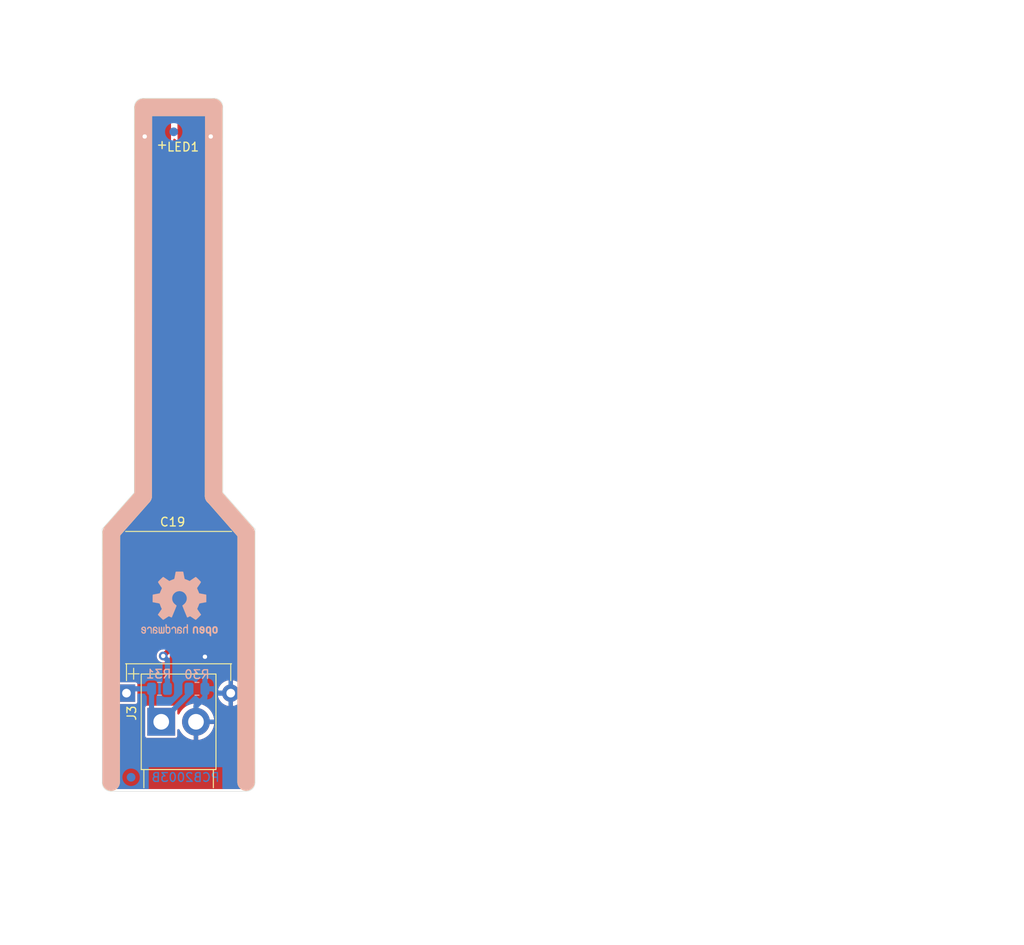
<source format=kicad_pcb>
(kicad_pcb (version 20211014) (generator pcbnew)
  (title_block (title "Menorah555 Shamash") (date "2022-02-19") (rev "B"))
  (layers (0 "F.Cu" jumper) (31 "B.Cu" signal) (34 "B.Paste" user) (36 "B.SilkS" user "B.Silkscreen") (37 "F.SilkS" user "F.Silkscreen") (38 "B.Mask" user) (39 "F.Mask" user) (44 "Edge.Cuts" user))
  (net 0 "")
  (net 1 "GND")
  (net 2 "Net-(C19-Pad1)")
  (net 3 "Net-(LED1-Pad2)")
  (footprint "0_project_footprints:LED_D5.0mm_Horizontal_SMT_O3.81mm" (layer "F.Cu") (at 113.7 67.8 180)
    (fp_text reference "LED1" (at -1.01 -2.61 180) (layer "F.SilkS"))
    (fp_text value "Y FLCKR LED")
    (pad "1" smd roundrect (at -1.27 0 180) (size 1.8 3) (layers "F.Cu" "F.Paste" "F.Mask") (net 1 "GND"))
    (pad "2" smd roundrect (at 1.27 0 180) (size 1.8 3) (layers "F.Cu" "F.Paste" "F.Mask") (net 3 "Net-(LED1-Pad2)"))
  )
  (footprint "0_project_footprints:CP_Supercap_DGH504Q5R5_Horizontal_narrow" (layer "F.Cu") (at 114.2 133.3 90)
    (fp_text reference "C19" (at 19.71 -0.69 180) (layer "F.SilkS"))
    (fp_text value "0.5F 5.5V")
    (fp_line (start 1.44 6) (end 3.38 6) (layer "F.SilkS") (width 0.12))
    (fp_line (start 2.225 -5.8) (end 2.225 -4.55) (layer "F.SilkS") (width 0.12))
    (fp_line (start 1.44 -6) (end 3.38 -6) (layer "F.SilkS") (width 0.12))
    (fp_line (start 3.38 -6.1) (end 3.38 6.1) (layer "F.SilkS") (width 0.12))
    (fp_line (start 1.6 -5.175) (end 2.8625 -5.175) (layer "F.SilkS") (width 0.12))
    (fp_line (start 18.62 -6.1) (end 18.62 6.1) (layer "F.SilkS") (width 0.12))
    (pad "1" thru_hole rect (at 0 -6 90) (size 2 2) (drill 1) (layers *.Cu *.Mask) (net 2 "Net-(C19-Pad1)"))
    (pad "2" thru_hole oval (at 0 6 90) (size 2 2) (drill 1) (layers *.Cu *.Mask) (net 1 "GND"))
  )
  (footprint "0_my_footprints:KobiConn_173-5521TIP-EX_power_plug" (layer "F.Cu") (at 114.2 136.6 90)
    (fp_text reference "J3" (at 1 -5.4 90) (layer "F.SilkS"))
    (fp_text value "Plug5.5x2.1")
    (fp_line (start -5.5 -4.3) (end 5.5 -4.3) (layer "F.SilkS") (width 0.12))
    (fp_line (start -5.5 -4.3) (end -5.5 4.3) (layer "F.SilkS") (width 0.12))
    (fp_line (start -5.5 4.3) (end 5.5 4.3) (layer "F.SilkS") (width 0.12))
    (fp_line (start -5.5 -4) (end -7.6 -4) (layer "F.SilkS") (width 0.12))
    (fp_line (start -5.5 4) (end -7.6 4) (layer "F.SilkS") (width 0.12))
    (fp_line (start 5.5 -4.3) (end 5.5 4.3) (layer "F.SilkS") (width 0.12))
    (pad "1" thru_hole rect (at 0 -2 90) (size 3.2 3.2) (drill 1.8) (layers *.Cu *.Mask) (net 2 "Net-(C19-Pad1)"))
    (pad "2" thru_hole oval (at 0 2 90) (size 3.2 3.2) (drill 1.8) (layers *.Cu *.Mask) (net 1 "GND"))
  )
  (footprint "Symbol:OSHW-Logo2_9.8x8mm_SilkScreen" (layer "B.Cu") (at 114.3 123.02 180)
    (fp_text reference "LOGO2" hide)
    (fp_text value "Logo_Open_Hardware_Small" hide)
    (fp_poly (pts (xy 2.395929 -2.636662) (xy 2.398911 -2.688068) (xy 2.401247 -2.766192) (xy 2.402749 -2.864857) (xy 2.403231 -2.968343) (xy 2.403231 -3.318533) (xy 2.341401 -3.380363) (xy 2.298793 -3.418462) (xy 2.26139 -3.433895) (xy 2.21027 -3.432918) (xy 2.189978 -3.430433) (xy 2.126554 -3.4232) (xy 2.074095 -3.419055) (xy 2.061308 -3.418672) (xy 2.018199 -3.421176) (xy 1.956544 -3.427462) (xy 1.932638 -3.430433) (xy 1.873922 -3.435028) (xy 1.834464 -3.425046) (xy 1.795338 -3.394228) (xy 1.781215 -3.380363) (xy 1.719385 -3.318533) (xy 1.719385 -2.663503) (xy 1.76915 -2.640829) (xy 1.812002 -2.624034) (xy 1.837073 -2.618154) (xy 1.843501 -2.636736) (xy 1.849509 -2.688655) (xy 1.854697 -2.768172) (xy 1.858664 -2.869546) (xy 1.860577 -2.955192) (xy 1.865923 -3.292231) (xy 1.91256 -3.298825) (xy 1.954976 -3.294214) (xy 1.97576 -3.279287) (xy 1.98157 -3.251377) (xy 1.98653 -3.191925) (xy 1.990246 -3.108466) (xy 1.992324 -3.008532) (xy 1.992624 -2.957104) (xy 1.992923 -2.661054) (xy 2.054454 -2.639604) (xy 2.098004 -2.62502) (xy 2.121694 -2.618219) (xy 2.122377 -2.618154) (xy 2.124754 -2.636642) (xy 2.127366 -2.687906) (xy 2.129995 -2.765649) (xy 2.132421 -2.863574) (xy 2.134115 -2.955192) (xy 2.139461 -3.292231) (xy 2.256692 -3.292231) (xy 2.262072 -2.984746) (xy 2.267451 -2.677261) (xy 2.324601 -2.647707) (xy 2.366797 -2.627413) (xy 2.39177 -2.618204) (xy 2.392491 -2.618154) (xy 2.395929 -2.636662)) (layer "B.SilkS") (width 0.01) (fill solid))
    (fp_poly (pts (xy 0.713362 -2.62467) (xy 0.802117 -2.657421) (xy 0.874022 -2.71535) (xy 0.902144 -2.756128) (xy 0.932802 -2.830954) (xy 0.932165 -2.885058) (xy 0.899987 -2.921446) (xy 0.888081 -2.927633) (xy 0.836675 -2.946925) (xy 0.810422 -2.941982) (xy 0.80153 -2.909587) (xy 0.801077 -2.891692) (xy 0.784797 -2.825859) (xy 0.742365 -2.779807) (xy 0.683388 -2.757564) (xy 0.617475 -2.763161) (xy 0.563895 -2.792229) (xy 0.545798 -2.80881) (xy 0.532971 -2.828925) (xy 0.524306 -2.859332) (xy 0.518696 -2.906788) (xy 0.515035 -2.97805) (xy 0.512215 -3.079875) (xy 0.511484 -3.112115) (xy 0.50882 -3.22241) (xy 0.505792 -3.300036) (xy 0.50125 -3.351396) (xy 0.494046 -3.38289) (xy 0.483033 -3.40092) (xy 0.46706 -3.411888) (xy 0.456834 -3.416733) (xy 0.413406 -3.433301) (xy 0.387842 -3.438769) (xy 0.379395 -3.420507) (xy 0.374239 -3.365296) (xy 0.372346 -3.272499) (xy 0.373689 -3.141478) (xy 0.374107 -3.121269) (xy 0.377058 -3.001733) (xy 0.380548 -2.914449) (xy 0.385514 -2.852591) (xy 0.392893 -2.809336) (xy 0.403624 -2.77786) (xy 0.418645 -2.751339) (xy 0.426502 -2.739975) (xy 0.471553 -2.689692) (xy 0.52194 -2.650581) (xy 0.528108 -2.647167) (xy 0.618458 -2.620212) (xy 0.713362 -2.62467)) (layer "B.SilkS") (width 0.01) (fill solid))
    (fp_poly (pts (xy -3.983114 -2.587256) (xy -3.891536 -2.635409) (xy -3.823951 -2.712905) (xy -3.799943 -2.762727) (xy -3.781262 -2.837533) (xy -3.771699 -2.932052) (xy -3.770792 -3.03521) (xy -3.778079 -3.135935) (xy -3.793097 -3.223153) (xy -3.815385 -3.285791) (xy -3.822235 -3.296579) (xy -3.903368 -3.377105) (xy -3.999734 -3.425336) (xy -4.104299 -3.43945) (xy -4.210032 -3.417629) (xy -4.239457 -3.404547) (xy -4.296759 -3.364231) (xy -4.34705 -3.310775) (xy -4.351803 -3.303995) (xy -4.371122 -3.271321) (xy -4.383892 -3.236394) (xy -4.391436 -3.190414) (xy -4.395076 -3.124584) (xy -4.396135 -3.030105) (xy -4.396154 -3.008923) (xy -4.396106 -3.002182) (xy -4.200769 -3.002182) (xy -4.199632 -3.091349) (xy -4.195159 -3.15052) (xy -4.185754 -3.188741) (xy -4.169824 -3.215053) (xy -4.161692 -3.223846) (xy -4.114942 -3.257261) (xy -4.069553 -3.255737) (xy -4.02366 -3.226752) (xy -3.996288 -3.195809) (xy -3.980077 -3.150643) (xy -3.970974 -3.07942) (xy -3.970349 -3.071114) (xy -3.968796 -2.942037) (xy -3.985035 -2.846172) (xy -4.018848 -2.784107) (xy -4.070016 -2.756432) (xy -4.08828 -2.754923) (xy -4.13624 -2.762513) (xy -4.169047 -2.788808) (xy -4.189105 -2.839095) (xy -4.198822 -2.918664) (xy -4.200769 -3.002182) (xy -4.396106 -3.002182) (xy -4.395426 -2.908249) (xy -4.392371 -2.837906) (xy -4.385678 -2.789163) (xy -4.37404 -2.753288) (xy -4.356147 -2.721548) (xy -4.352192 -2.715648) (xy -4.285733 -2.636104) (xy -4.213315 -2.589929) (xy -4.125151 -2.571599) (xy -4.095213 -2.570703) (xy -3.983114 -2.587256)) (layer "B.SilkS") (width 0.01) (fill solid))
    (fp_poly (pts (xy 0.053501 -2.626303) (xy 0.13006 -2.654733) (xy 0.130936 -2.655279) (xy 0.178285 -2.690127) (xy 0.213241 -2.730852) (xy 0.237825 -2.783925) (xy 0.254062 -2.855814) (xy 0.263975 -2.952992) (xy 0.269586 -3.081928) (xy 0.270077 -3.100298) (xy 0.277141 -3.377287) (xy 0.217695 -3.408028) (xy 0.174681 -3.428802) (xy 0.14871 -3.438646) (xy 0.147509 -3.438769) (xy 0.143014 -3.420606) (xy 0.139444 -3.371612) (xy 0.137248 -3.300031) (xy 0.136769 -3.242068) (xy 0.136758 -3.14817) (xy 0.132466 -3.089203) (xy 0.117503 -3.061079) (xy 0.085482 -3.059706) (xy 0.030014 -3.080998) (xy -0.053731 -3.120136) (xy -0.115311 -3.152643) (xy -0.146983 -3.180845) (xy -0.156294 -3.211582) (xy -0.156308 -3.213104) (xy -0.140943 -3.266054) (xy -0.095453 -3.29466) (xy -0.025834 -3.298803) (xy 0.024313 -3.298084) (xy 0.050754 -3.312527) (xy 0.067243 -3.347218) (xy 0.076733 -3.391416) (xy 0.063057 -3.416493) (xy 0.057907 -3.420082) (xy 0.009425 -3.434496) (xy -0.058469 -3.436537) (xy -0.128388 -3.426983) (xy -0.177932 -3.409522) (xy -0.24643 -3.351364) (xy -0.285366 -3.270408) (xy -0.293077 -3.20716) (xy -0.287193 -3.150111) (xy -0.265899 -3.103542) (xy -0.223735 -3.062181) (xy -0.155241 -3.020755) (xy -0.054956 -2.973993) (xy -0.048846 -2.97135) (xy 0.04149 -2.929617) (xy 0.097235 -2.895391) (xy 0.121129 -2.864635) (xy 0.115913 -2.833311) (xy 0.084328 -2.797383) (xy 0.074883 -2.789116) (xy 0.011617 -2.757058) (xy -0.053936 -2.758407) (xy -0.111028 -2.789838) (xy -0.148907 -2.848024) (xy -0.152426 -2.859446) (xy -0.1867 -2.914837) (xy -0.230191 -2.941518) (xy -0.293077 -2.96796) (xy -0.293077 -2.899548) (xy -0.273948 -2.80011) (xy -0.217169 -2.708902) (xy -0.187622 -2.678389) (xy -0.120458 -2.639228) (xy -0.035044 -2.6215) (xy 0.053501 -2.626303)) (layer "B.SilkS") (width 0.01) (fill solid))
    (fp_poly (pts (xy 3.570807 -2.636782) (xy 3.594161 -2.646988) (xy 3.649902 -2.691134) (xy 3.697569 -2.754967) (xy 3.727048 -2.823087) (xy 3.731846 -2.85667) (xy 3.71576 -2.903556) (xy 3.680475 -2.928365) (xy 3.642644 -2.943387) (xy 3.625321 -2.946155) (xy 3.616886 -2.926066) (xy 3.60023 -2.882351) (xy 3.592923 -2.862598) (xy 3.551948 -2.794271) (xy 3.492622 -2.760191) (xy 3.416552 -2.761239) (xy 3.410918 -2.762581) (xy 3.370305 -2.781836) (xy 3.340448 -2.819375) (xy 3.320055 -2.879809) (xy 3.307836 -2.967751) (xy 3.3025 -3.087813) (xy 3.302 -3.151698) (xy 3.301752 -3.252403) (xy 3.300126 -3.321054) (xy 3.295801 -3.364673) (xy 3.287454 -3.390282) (xy 3.273765 -3.404903) (xy 3.253411 -3.415558) (xy 3.252234 -3.416095) (xy 3.213038 -3.432667) (xy 3.193619 -3.438769) (xy 3.190635 -3.420319) (xy 3.188081 -3.369323) (xy 3.18614 -3.292308) (xy 3.184997 -3.195805) (xy 3.184769 -3.125184) (xy 3.185932 -2.988525) (xy 3.190479 -2.884851) (xy 3.199999 -2.808108) (xy 3.216081 -2.752246) (xy 3.240313 -2.711212) (xy 3.274286 -2.678954) (xy 3.307833 -2.65644) (xy 3.388499 -2.626476) (xy 3.482381 -2.619718) (xy 3.570807 -2.636782)) (layer "B.SilkS") (width 0.01) (fill solid))
    (fp_poly (pts (xy -3.231114 -2.584505) (xy -3.156461 -2.621727) (xy -3.090569 -2.690261) (xy -3.072423 -2.715648) (xy -3.052655 -2.748866) (xy -3.039828 -2.784945) (xy -3.03249 -2.833098) (xy -3.029187 -2.902536) (xy -3.028462 -2.994206) (xy -3.031737 -3.11983) (xy -3.043123 -3.214154) (xy -3.064959 -3.284523) (xy -3.099581 -3.338286) (xy -3.14933 -3.382788) (xy -3.152986 -3.385423) (xy -3.202015 -3.412377) (xy -3.261055 -3.425712) (xy -3.336141 -3.429) (xy -3.458205 -3.429) (xy -3.458256 -3.547497) (xy -3.459392 -3.613492) (xy -3.466314 -3.652202) (xy -3.484402 -3.675419) (xy -3.519038 -3.694933) (xy -3.527355 -3.69892) (xy -3.56628 -3.717603) (xy -3.596417 -3.729403) (xy -3.618826 -3.730422) (xy -3.634567 -3.716761) (xy -3.644698 -3.684522) (xy -3.650277 -3.629804) (xy -3.652365 -3.548711) (xy -3.652019 -3.437344) (xy -3.6503 -3.291802) (xy -3.649763 -3.248269) (xy -3.647828 -3.098205) (xy -3.646096 -3.000042) (xy -3.458308 -3.000042) (xy -3.457252 -3.083364) (xy -3.452562 -3.13788) (xy -3.441949 -3.173837) (xy -3.423128 -3.201482) (xy -3.41035 -3.214965) (xy -3.35811 -3.254417) (xy -3.311858 -3.257628) (xy -3.264133 -3.225049) (xy -3.262923 -3.223846) (xy -3.243506 -3.198668) (xy -3.231693 -3.164447) (xy -3.225735 -3.111748) (xy -3.22388 -3.031131) (xy -3.223846 -3.013271) (xy -3.22833 -2.902175) (xy -3.242926 -2.825161) (xy -3.26935 -2.778147) (xy -3.309317 -2.75705) (xy -3.332416 -2.754923) (xy -3.387238 -2.7649) (xy -3.424842 -2.797752) (xy -3.447477 -2.857857) (xy -3.457394 -2.949598) (xy -3.458308 -3.000042) (xy -3.646096 -3.000042) (xy -3.645778 -2.98206) (xy -3.643127 -2.894679) (xy -3.639394 -2.830905) (xy -3.634093 -2.785582) (xy -3.626742 -2.753555) (xy -3.616857 -2.729668) (xy -3.603954 -2.708764) (xy -3.598421 -2.700898) (xy -3.525031 -2.626595) (xy -3.43224 -2.584467) (xy -3.324904 -2.572722) (xy -3.231114 -2.584505)) (layer "B.SilkS") (width 0.01) (fill solid))
    (fp_poly (pts (xy -1.728336 -2.595089) (xy -1.665633 -2.631358) (xy -1.622039 -2.667358) (xy -1.590155 -2.705075) (xy -1.56819 -2.751199) (xy -1.554351 -2.812421) (xy -1.546847 -2.895431) (xy -1.543883 -3.006919) (xy -1.543539 -3.087062) (xy -1.543539 -3.382065) (xy -1.709615 -3.456515) (xy -1.719385 -3.133402) (xy -1.723421 -3.012729) (xy -1.727656 -2.925141) (xy -1.732903 -2.86465) (xy -1.739975 -2.825268) (xy -1.749689 -2.801007) (xy -1.762856 -2.78588) (xy -1.767081 -2.782606) (xy -1.831091 -2.757034) (xy -1.895792 -2.767153) (xy -1.934308 -2.794) (xy -1.949975 -2.813024) (xy -1.96082 -2.837988) (xy -1.967712 -2.875834) (xy -1.971521 -2.933502) (xy -1.973117 -3.017935) (xy -1.973385 -3.105928) (xy -1.973437 -3.216323) (xy -1.975328 -3.294463) (xy -1.981655 -3.347165) (xy -1.995017 -3.381242) (xy -2.018015 -3.403511) (xy -2.053246 -3.420787) (xy -2.100303 -3.438738) (xy -2.151697 -3.458278) (xy -2.145579 -3.111485) (xy -2.143116 -2.986468) (xy -2.140233 -2.894082) (xy -2.136102 -2.827881) (xy -2.129893 -2.78142) (xy -2.120774 -2.748256) (xy -2.107917 -2.721944) (xy -2.092416 -2.698729) (xy -2.017629 -2.624569) (xy -1.926372 -2.581684) (xy -1.827117 -2.571412) (xy -1.728336 -2.595089)) (layer "B.SilkS") (width 0.01) (fill solid))
    (fp_poly (pts (xy 2.887333 -2.633528) (xy 2.94359 -2.659117) (xy 2.987747 -2.690124) (xy 3.020101 -2.724795) (xy 3.042438 -2.76952) (xy 3.056546 -2.830692) (xy 3.064211 -2.914701) (xy 3.06722 -3.02794) (xy 3.067538 -3.102509) (xy 3.067538 -3.39342) (xy 3.017773 -3.416095) (xy 2.978576 -3.432667) (xy 2.959157 -3.438769) (xy 2.955442 -3.42061) (xy 2.952495 -3.371648) (xy 2.950691 -3.300153) (xy 2.950308 -3.243385) (xy 2.948661 -3.161371) (xy 2.944222 -3.096309) (xy 2.93774 -3.056467) (xy 2.93259 -3.048) (xy 2.897977 -3.056646) (xy 2.84364 -3.078823) (xy 2.780722 -3.108886) (xy 2.720368 -3.141192) (xy 2.673721 -3.170098) (xy 2.651926 -3.189961) (xy 2.651839 -3.190175) (xy 2.653714 -3.226935) (xy 2.670525 -3.262026) (xy 2.700039 -3.290528) (xy 2.743116 -3.300061) (xy 2.779932 -3.29895) (xy 2.832074 -3.298133) (xy 2.859444 -3.310349) (xy 2.875882 -3.342624) (xy 2.877955 -3.34871) (xy 2.885081 -3.394739) (xy 2.866024 -3.422687) (xy 2.816353 -3.436007) (xy 2.762697 -3.43847) (xy 2.666142 -3.42021) (xy 2.616159 -3.394131) (xy 2.554429 -3.332868) (xy 2.52169 -3.25767) (xy 2.518753 -3.178211) (xy 2.546424 -3.104167) (xy 2.588047 -3.057769) (xy 2.629604 -3.031793) (xy 2.694922 -2.998907) (xy 2.771038 -2.965557) (xy 2.783726 -2.960461) (xy 2.867333 -2.923565) (xy 2.91553 -2.891046) (xy 2.93103 -2.858718) (xy 2.91655 -2.822394) (xy 2.891692 -2.794) (xy 2.832939 -2.759039) (xy 2.768293 -2.756417) (xy 2.709008 -2.783358) (xy 2.666339 -2.837088) (xy 2.660739 -2.85095) (xy 2.628133 -2.901936) (xy 2.58053 -2.939787) (xy 2.520461 -2.97085) (xy 2.520461 -2.882768) (xy 2.523997 -2.828951) (xy 2.539156 -2.786534) (xy 2.572768 -2.741279) (xy 2.605035 -2.70642) (xy 2.655209 -2.657062) (xy 2.694193 -2.630547) (xy 2.736064 -2.619911) (xy 2.78346 -2.618154) (xy 2.887333 -2.633528)) (layer "B.SilkS") (width 0.01) (fill solid))
    (fp_poly (pts (xy 0.139878 3.712224) (xy 0.245612 3.711645) (xy 0.322132 3.710078) (xy 0.374372 3.707028) (xy 0.407263 3.702004) (xy 0.425737 3.694511) (xy 0.434727 3.684056) (xy 0.439163 3.670147) (xy 0.439594 3.668346) (xy 0.446333 3.635855) (xy 0.458808 3.571748) (xy 0.475719 3.482849) (xy 0.495771 3.375981) (xy 0.517664 3.257967) (xy 0.518429 3.253822) (xy 0.540359 3.138169) (xy 0.560877 3.035986) (xy 0.578659 2.953402) (xy 0.592381 2.896544) (xy 0.600718 2.871542) (xy 0.601116 2.871099) (xy 0.625677 2.85889) (xy 0.676315 2.838544) (xy 0.742095 2.814455) (xy 0.742461 2.814326) (xy 0.825317 2.783182) (xy 0.923 2.743509) (xy 1.015077 2.703619) (xy 1.019434 2.701647) (xy 1.169407 2.63358) (xy 1.501498 2.860361) (xy 1.603374 2.929496) (xy 1.695657 2.991303) (xy 1.773003 3.042267) (xy 1.830064 3.078873) (xy 1.861495 3.097606) (xy 1.864479 3.098996) (xy 1.887321 3.09281) (xy 1.929982 3.062965) (xy 1.994128 3.008053) (xy 2.081421 2.926666) (xy 2.170535 2.840078) (xy 2.256441 2.754753) (xy 2.333327 2.676892) (xy 2.396564 2.611303) (xy 2.441523 2.562795) (xy 2.463576 2.536175) (xy 2.464396 2.534805) (xy 2.466834 2.516537) (xy 2.45765 2.486705) (xy 2.434574 2.441279) (xy 2.395337 2.37623) (xy 2.33767 2.28753) (xy 2.260795 2.173343) (xy 2.19257 2.072838) (xy 2.131582 1.982697) (xy 2.081356 1.908151) (xy 2.045416 1.854435) (xy 2.027287 1.826782) (xy 2.026146 1.824905) (xy 2.028359 1.79841) (xy 2.045138 1.746914) (xy 2.073142 1.680149) (xy 2.083122 1.658828) (xy 2.126672 1.563841) (xy 2.173134 1.456063) (xy 2.210877 1.362808) (xy 2.238073 1.293594) (xy 2.259675 1.240994) (xy 2.272158 1.213503) (xy 2.273709 1.211384) (xy 2.296668 1.207876) (xy 2.350786 1.198262) (xy 2.428868 1.183911) (xy 2.523719 1.166193) (xy 2.628143 1.146475) (xy 2.734944 1.126126) (xy 2.836926 1.106514) (xy 2.926894 1.089009) (xy 2.997653 1.074978) (xy 3.042006 1.065791) (xy 3.052885 1.063193) (xy 3.064122 1.056782) (xy 3.072605 1.042303) (xy 3.078714 1.014867) (xy 3.082832 0.969589) (xy 3.085341 0.90158) (xy 3.086621 0.805953) (xy 3.087054 0.67782) (xy 3.087077 0.625299) (xy 3.087077 0.198155) (xy 2.9845 0.177909) (xy 2.927431 0.16693) (xy 2.842269 0.150905) (xy 2.739372 0.131767) (xy 2.629096 0.111449) (xy 2.598615 0.105868) (xy 2.496855 0.086083) (xy 2.408205 0.066627) (xy 2.340108 0.049303) (xy 2.300004 0.035912) (xy 2.293323 0.031921) (xy 2.276919 0.003658) (xy 2.253399 -0.051109) (xy 2.227316 -0.121588) (xy 2.222142 -0.136769) (xy 2.187956 -0.230896) (xy 2.145523 -0.337101) (xy 2.103997 -0.432473) (xy 2.103792 -0.432916) (xy 2.03464 -0.582525) (xy 2.489512 -1.251617) (xy 2.1975 -1.544116) (xy 2.10918 -1.63117) (xy 2.028625 -1.707909) (xy 1.96036 -1.770237) (xy 1.908908 -1.814056) (xy 1.878794 -1.83527) (xy 1.874474 -1.836616) (xy 1.849111 -1.826016) (xy 1.797358 -1.796547) (xy 1.724868 -1.751705) (xy 1.637294 -1.694984) (xy 1.542612 -1.631462) (xy 1.446516 -1.566668) (xy 1.360837 -1.510287) (xy 1.291016 -1.465788) (xy 1.242494 -1.436639) (xy 1.220782 -1.426308) (xy 1.194293 -1.43505) (xy 1.144062 -1.458087) (xy 1.080451 -1.490631) (xy 1.073708 -1.494249) (xy 0.988046 -1.53721) (xy 0.929306 -1.558279) (xy 0.892772 -1.558503) (xy 0.873731 -1.538928) (xy 0.87362 -1.538654) (xy 0.864102 -1.515472) (xy 0.841403 -1.460441) (xy 0.807282 -1.377822) (xy 0.7635 -1.271872) (xy 0.711816 -1.146852) (xy 0.653992 -1.00702) (xy 0.597991 -0.871637) (xy 0.536447 -0.722234) (xy 0.479939 -0.583832) (xy 0.430161 -0.460673) (xy 0.388806 -0.357002) (xy 0.357568 -0.277059) (xy 0.338141 -0.225088) (xy 0.332154 -0.205692) (xy 0.347168 -0.183443) (xy 0.386439 -0.147982) (xy 0.438807 -0.108887) (xy 0.587941 0.014755) (xy 0.704511 0.156478) (xy 0.787118 0.313296) (xy 0.834366 0.482225) (xy 0.844857 0.660278) (xy 0.837231 0.742461) (xy 0.795682 0.912969) (xy 0.724123 1.063541) (xy 0.626995 1.192691) (xy 0.508734 1.298936) (xy 0.37378 1.38079) (xy 0.226571 1.436768) (xy 0.071544 1.465385) (xy -0.086861 1.465156) (xy -0.244206 1.434595) (xy -0.396054 1.372218) (xy -0.537965 1.27654) (xy -0.597197 1.222428) (xy -0.710797 1.08348) (xy -0.789894 0.931639) (xy -0.835014 0.771333) (xy -0.846684 0.606988) (xy -0.825431 0.443029) (xy -0.77178 0.283882) (xy -0.68626 0.133975) (xy -0.569395 -0.002267) (xy -0.438807 -0.108887) (xy -0.384412 -0.149642) (xy -0.345986 -0.184718) (xy -0.332154 -0.205726) (xy -0.339397 -0.228635) (xy -0.359995 -0.283365) (xy -0.392254 -0.365672) (xy -0.434479 -0.471315) (xy -0.484977 -0.59605) (xy -0.542052 -0.735636) (xy -0.598146 -0.87167) (xy -0.660033 -1.021201) (xy -0.717356 -1.159767) (xy -0.768356 -1.283107) (xy -0.811273 -1.386964) (xy -0.844347 -1.46708) (xy -0.865819 -1.519195) (xy -0.873775 -1.538654) (xy -0.892571 -1.558423) (xy -0.928926 -1.558365) (xy -0.987521 -1.537441) (xy -1.073032 -1.494613) (xy -1.073708 -1.494249) (xy -1.138093 -1.461012) (xy -1.190139 -1.436802) (xy -1.219488 -1.426404) (xy -1.220783 -1.426308) (xy -1.242876 -1.436855) (xy -1.291652 -1.466184) (xy -1.361669 -1.510827) (xy -1.447486 -1.567314) (xy -1.542612 -1.631462) (xy -1.63946 -1.696411) (xy -1.726747 -1.752896) (xy -1.798819 -1.797421) (xy -1.850023 -1.82649) (xy -1.874474 -1.836616) (xy -1.89699 -1.823307) (xy -1.942258 -1.786112) (xy -2.005756 -1.729128) (xy -2.082961 -1.656449) (xy -2.169349 -1.572171) (xy -2.197601 -1.544016) (xy -2.489713 -1.251416) (xy -2.267369 -0.925104) (xy -2.199798 -0.824897) (xy -2.140493 -0.734963) (xy -2.092783 -0.66051) (xy -2.059993 -0.606751) (xy -2.045452 -0.578894) (xy -2.045026 -0.576912) (xy -2.052692 -0.550655) (xy -2.073311 -0.497837) (xy -2.103315 -0.42731) (xy -2.124375 -0.380093) (xy -2.163752 -0.289694) (xy -2.200835 -0.198366) (xy -2.229585 -0.1212) (xy -2.237395 -0.097692) (xy -2.259583 -0.034916) (xy -2.281273 0.013589) (xy -2.293187 0.031921) (xy -2.319477 0.043141) (xy -2.376858 0.059046) (xy -2.457882 0.077833) (xy -2.555105 0.097701) (xy -2.598615 0.105868) (xy -2.709104 0.126171) (xy -2.815084 0.14583) (xy -2.906199 0.162912) (xy -2.972092 0.175482) (xy -2.9845 0.177909) (xy -3.087077 0.198155) (xy -3.087077 0.625299) (xy -3.086847 0.765754) (xy -3.085901 0.872021) (xy -3.083859 0.948987) (xy -3.080338 1.00154) (xy -3.074957 1.034567) (xy -3.067334 1.052955) (xy -3.057088 1.061592) (xy -3.052885 1.063193) (xy -3.02753 1.068873) (xy -2.971516 1.080205) (xy -2.892036 1.095821) (xy -2.796288 1.114353) (xy -2.691467 1.134431) (xy -2.584768 1.154688) (xy -2.483387 1.173754) (xy -2.394521 1.190261) (xy -2.325363 1.202841) (xy -2.283111 1.210125) (xy -2.27371 1.211384) (xy -2.265193 1.228237) (xy -2.24634 1.27313) (xy -2.220676 1.33757) (xy -2.210877 1.362808) (xy -2.171352 1.460314) (xy -2.124808 1.568041) (xy -2.083123 1.658828) (xy -2.05245 1.728247) (xy -2.032044 1.78529) (xy -2.025232 1.820223) (xy -2.026318 1.824905) (xy -2.040715 1.847009) (xy -2.073588 1.896169) (xy -2.12141 1.967152) (xy -2.180652 2.054722) (xy -2.247785 2.153643) (xy -2.261059 2.17317) (xy -2.338954 2.28886) (xy -2.396213 2.376956) (xy -2.435119 2.441514) (xy -2.457956 2.486589) (xy -2.467006 2.516237) (xy -2.464552 2.534515) (xy -2.464489 2.534631) (xy -2.445173 2.558639) (xy -2.402449 2.605053) (xy -2.340949 2.669063) (xy -2.265302 2.745855) (xy -2.180139 2.830618) (xy -2.170535 2.840078) (xy -2.06321 2.944011) (xy -1.980385 3.020325) (xy -1.920395 3.070429) (xy -1.881577 3.09573) (xy -1.86448 3.098996) (xy -1.839527 3.08475) (xy -1.787745 3.051844) (xy -1.71448 3.003792) (xy -1.62508 2.94411) (xy -1.524889 2.876312) (xy -1.501499 2.860361) (xy -1.169407 2.63358) (xy -1.019435 2.701647) (xy -0.92823 2.741315) (xy -0.830331 2.781209) (xy -0.746169 2.813017) (xy -0.742462 2.814326) (xy -0.676631 2.838424) (xy -0.625884 2.8588) (xy -0.601158 2.871064) (xy -0.601116 2.871099) (xy -0.593271 2.893266) (xy -0.579934 2.947783) (xy -0.56243 3.02852) (xy -0.542083 3.12935) (xy -0.520218 3.244144) (xy -0.518429 3.253822) (xy -0.496496 3.372096) (xy -0.47636 3.479458) (xy -0.45932 3.569083) (xy -0.446672 3.634149) (xy -0.439716 3.667832) (xy -0.439594 3.668346) (xy -0.435361 3.682675) (xy -0.427129 3.693493) (xy -0.409967 3.701294) (xy -0.378942 3.706571) (xy -0.329122 3.709818) (xy -0.255576 3.711528) (xy -0.153371 3.712193) (xy -0.017575 3.712307) (xy 0 3.712308) (xy 0.139878 3.712224)) (layer "B.SilkS") (width 0.01) (fill solid))
    (fp_poly (pts (xy -0.840154 -2.49212) (xy -0.834428 -2.57198) (xy -0.827851 -2.619039) (xy -0.818738 -2.639566) (xy -0.805402 -2.639829) (xy -0.801077 -2.637378) (xy -0.743556 -2.619636) (xy -0.668732 -2.620672) (xy -0.592661 -2.63891) (xy -0.545082 -2.662505) (xy -0.496298 -2.700198) (xy -0.460636 -2.742855) (xy -0.436155 -2.797057) (xy -0.420913 -2.869384) (xy -0.41297 -2.966419) (xy -0.410384 -3.094742) (xy -0.410338 -3.119358) (xy -0.410308 -3.39587) (xy -0.471839 -3.41732) (xy -0.515541 -3.431912) (xy -0.539518 -3.438706) (xy -0.540223 -3.438769) (xy -0.542585 -3.420345) (xy -0.544594 -3.369526) (xy -0.546099 -3.292993) (xy -0.546947 -3.19743) (xy -0.547077 -3.139329) (xy -0.547349 -3.024771) (xy -0.548748 -2.942667) (xy -0.552151 -2.886393) (xy -0.558433 -2.849326) (xy -0.568471 -2.824844) (xy -0.583139 -2.806325) (xy -0.592298 -2.797406) (xy -0.655211 -2.761466) (xy -0.723864 -2.758775) (xy -0.786152 -2.78917) (xy -0.797671 -2.800144) (xy -0.814567 -2.820779) (xy -0.826286 -2.845256) (xy -0.833767 -2.880647) (xy -0.837946 -2.934026) (xy -0.839763 -3.012466) (xy -0.840154 -3.120617) (xy -0.840154 -3.39587) (xy -0.901685 -3.41732) (xy -0.945387 -3.431912) (xy -0.969364 -3.438706) (xy -0.97007 -3.438769) (xy -0.971874 -3.420069) (xy -0.9735 -3.367322) (xy -0.974883 -3.285557) (xy -0.975958 -3.179805) (xy -0.97666 -3.055094) (xy -0.976923 -2.916455) (xy -0.976923 -2.381806) (xy -0.849923 -2.328236) (xy -0.840154 -2.49212)) (layer "B.SilkS") (width 0.01) (fill solid))
    (fp_poly (pts (xy -2.465746 -2.599745) (xy -2.388714 -2.651567) (xy -2.329184 -2.726412) (xy -2.293622 -2.821654) (xy -2.286429 -2.891756) (xy -2.287246 -2.921009) (xy -2.294086 -2.943407) (xy -2.312888 -2.963474) (xy -2.349592 -2.985733) (xy -2.410138 -3.014709) (xy -2.500466 -3.054927) (xy -2.500923 -3.055129) (xy -2.584067 -3.09321) (xy -2.652247 -3.127025) (xy -2.698495 -3.152933) (xy -2.715842 -3.167295) (xy -2.715846 -3.167411) (xy -2.700557 -3.198685) (xy -2.664804 -3.233157) (xy -2.623758 -3.25799) (xy -2.602963 -3.262923) (xy -2.54623 -3.245862) (xy -2.497373 -3.203133) (xy -2.473535 -3.156155) (xy -2.450603 -3.121522) (xy -2.405682 -3.082081) (xy -2.352877 -3.048009) (xy -2.30629 -3.02948) (xy -2.296548 -3.028462) (xy -2.285582 -3.045215) (xy -2.284921 -3.088039) (xy -2.29298 -3.145781) (xy -2.308173 -3.207289) (xy -2.328914 -3.261409) (xy -2.329962 -3.26351) (xy -2.392379 -3.35066) (xy -2.473274 -3.409939) (xy -2.565144 -3.439034) (xy -2.660487 -3.435634) (xy -2.751802 -3.397428) (xy -2.755862 -3.394741) (xy -2.827694 -3.329642) (xy -2.874927 -3.244705) (xy -2.901066 -3.133021) (xy -2.904574 -3.101643) (xy -2.910787 -2.953536) (xy -2.903339 -2.884468) (xy -2.715846 -2.884468) (xy -2.71341 -2.927552) (xy -2.700086 -2.940126) (xy -2.666868 -2.930719) (xy -2.614506 -2.908483) (xy -2.555976 -2.88061) (xy -2.554521 -2.879872) (xy -2.504911 -2.853777) (xy -2.485 -2.836363) (xy -2.48991 -2.818107) (xy -2.510584 -2.79412) (xy -2.563181 -2.759406) (xy -2.619823 -2.756856) (xy -2.670631 -2.782119) (xy -2.705724 -2.830847) (xy -2.715846 -2.884468) (xy -2.903339 -2.884468) (xy -2.898008 -2.835036) (xy -2.865222 -2.741055) (xy -2.819579 -2.675215) (xy -2.737198 -2.608681) (xy -2.646454 -2.575676) (xy -2.553815 -2.573573) (xy -2.465746 -2.599745)) (layer "B.SilkS") (width 0.01) (fill solid))
    (fp_poly (pts (xy 1.602081 -2.780289) (xy 1.601833 -2.92632) (xy 1.600872 -3.038655) (xy 1.598794 -3.122678) (xy 1.595193 -3.183769) (xy 1.589665 -3.227309) (xy 1.581804 -3.258679) (xy 1.571207 -3.283262) (xy 1.563182 -3.297294) (xy 1.496728 -3.373388) (xy 1.41247 -3.421084) (xy 1.319249 -3.438199) (xy 1.2259 -3.422546) (xy 1.170312 -3.394418) (xy 1.111957 -3.34576) (xy 1.072186 -3.286333) (xy 1.04819 -3.208507) (xy 1.037161 -3.104652) (xy 1.035599 -3.028462) (xy 1.035809 -3.022986) (xy 1.172308 -3.022986) (xy 1.173141 -3.110355) (xy 1.176961 -3.168192) (xy 1.185746 -3.206029) (xy 1.201474 -3.233398) (xy 1.220266 -3.254042) (xy 1.283375 -3.29389) (xy 1.351137 -3.297295) (xy 1.415179 -3.264025) (xy 1.420164 -3.259517) (xy 1.441439 -3.236067) (xy 1.454779 -3.208166) (xy 1.462001 -3.166641) (xy 1.464923 -3.102316) (xy 1.465385 -3.0312) (xy 1.464383 -2.941858) (xy 1.460238 -2.882258) (xy 1.451236 -2.843089) (xy 1.435667 -2.81504) (xy 1.422902 -2.800144) (xy 1.3636 -2.762575) (xy 1.295301 -2.758057) (xy 1.23011 -2.786753) (xy 1.217528 -2.797406) (xy 1.196111 -2.821063) (xy 1.182744 -2.849251) (xy 1.175566 -2.891245) (xy 1.172719 -2.956319) (xy 1.172308 -3.022986) (xy 1.035809 -3.022986) (xy 1.040322 -2.905765) (xy 1.056362 -2.813577) (xy 1.086528 -2.744269) (xy 1.133629 -2.690211) (xy 1.170312 -2.662505) (xy 1.23699 -2.632572) (xy 1.314272 -2.618678) (xy 1.38611 -2.622397) (xy 1.426308 -2.6374) (xy 1.442082 -2.64167) (xy 1.45255 -2.62575) (xy 1.459856 -2.583089) (xy 1.465385 -2.518106) (xy 1.471437 -2.445732) (xy 1.479844 -2.402187) (xy 1.495141 -2.377287) (xy 1.521864 -2.360845) (xy 1.538654 -2.353564) (xy 1.602154 -2.326963) (xy 1.602081 -2.780289)) (layer "B.SilkS") (width 0.01) (fill solid))
    (fp_poly (pts (xy 4.245224 -2.647838) (xy 4.322528 -2.698361) (xy 4.359814 -2.74359) (xy 4.389353 -2.825663) (xy 4.391699 -2.890607) (xy 4.386385 -2.977445) (xy 4.186115 -3.065103) (xy 4.088739 -3.109887) (xy 4.025113 -3.145913) (xy 3.992029 -3.177117) (xy 3.98628 -3.207436) (xy 4.004658 -3.240805) (xy 4.024923 -3.262923) (xy 4.083889 -3.298393) (xy 4.148024 -3.300879) (xy 4.206926 -3.273235) (xy 4.250197 -3.21832) (xy 4.257936 -3.198928) (xy 4.295006 -3.138364) (xy 4.337654 -3.112552) (xy 4.396154 -3.090471) (xy 4.396154 -3.174184) (xy 4.390982 -3.23115) (xy 4.370723 -3.279189) (xy 4.328262 -3.334346) (xy 4.321951 -3.341514) (xy 4.27472 -3.390585) (xy 4.234121 -3.41692) (xy 4.183328 -3.429035) (xy 4.14122 -3.433003) (xy 4.065902 -3.433991) (xy 4.012286 -3.421466) (xy 3.978838 -3.402869) (xy 3.926268 -3.361975) (xy 3.889879 -3.317748) (xy 3.86685 -3.262126) (xy 3.854359 -3.187047) (xy 3.849587 -3.084449) (xy 3.849206 -3.032376) (xy 3.850501 -2.969948) (xy 3.968471 -2.969948) (xy 3.969839 -3.003438) (xy 3.973249 -3.008923) (xy 3.995753 -3.001472) (xy 4.044182 -2.981753) (xy 4.108908 -2.953718) (xy 4.122443 -2.947692) (xy 4.204244 -2.906096) (xy 4.249312 -2.869538) (xy 4.259217 -2.835296) (xy 4.235526 -2.800648) (xy 4.21596 -2.785339) (xy 4.14536 -2.754721) (xy 4.07928 -2.75978) (xy 4.023959 -2.797151) (xy 3.985636 -2.863473) (xy 3.973349 -2.916116) (xy 3.968471 -2.969948) (xy 3.850501 -2.969948) (xy 3.85173 -2.91072) (xy 3.861032 -2.82071) (xy 3.87946 -2.755167) (xy 3.90936 -2.706912) (xy 3.95308 -2.668767) (xy 3.972141 -2.65644) (xy 4.058726 -2.624336) (xy 4.153522 -2.622316) (xy 4.245224 -2.647838)) (layer "B.SilkS") (width 0.01) (fill solid))
  )
  (footprint "Resistor_SMD:R_0805_2012Metric" (layer "B.Cu") (at 116.3125 132.8 180)
    (fp_text reference "R30" (at 0 1.65) (layer "B.SilkS") (effects (justify mirror)))
    (fp_text value "100k")
    (fp_line (start -0.227064 -0.735) (end 0.227064 -0.735) (layer "B.SilkS") (width 0.12))
    (fp_line (start -0.227064 0.735) (end 0.227064 0.735) (layer "B.SilkS") (width 0.12))
    (pad "1" smd roundrect locked (at -0.9125 0 180) (size 1.025 1.4) (layers "B.Cu" "B.Paste" "B.Mask") (roundrect_rratio 0.243902439) (net 1 "GND"))
    (pad "2" smd roundrect locked (at 0.9125 0 180) (size 1.025 1.4) (layers "B.Cu" "B.Paste" "B.Mask") (roundrect_rratio 0.243902439) (net 2 "Net-(C19-Pad1)"))
  )
  (footprint "Resistor_SMD:R_0805_2012Metric" (layer "B.Cu") (at 112 132.8)
    (fp_text reference "R31" (at -0.1 -1.7 180) (layer "B.SilkS") (effects (justify mirror)))
    (fp_text value "330")
    (fp_line (start -0.227064 -0.735) (end 0.227064 -0.735) (layer "B.SilkS") (width 0.12))
    (fp_line (start -0.227064 0.735) (end 0.227064 0.735) (layer "B.SilkS") (width 0.12))
    (pad "1" smd roundrect locked (at -0.9125 0) (size 1.025 1.4) (layers "B.Cu" "B.Paste" "B.Mask") (roundrect_rratio 0.243902439) (net 2 "Net-(C19-Pad1)"))
    (pad "2" smd roundrect locked (at 0.9125 0) (size 1.025 1.4) (layers "B.Cu" "B.Paste" "B.Mask") (roundrect_rratio 0.243902439) (net 3 "Net-(LED1-Pad2)"))
  )
  (footprint "Fiducial:Fiducial_1mm_Mask2mm" (layer "B.Cu") (at 113.64 68.66)
    (fp_text reference "FID3" hide)
    (fp_text value "Fiducial" hide)
    (pad "" smd circle locked (at 0 0) (size 1 1) (layers "B.Cu" "B.Mask") (clearance 0.5))
  )
  (footprint "Fiducial:Fiducial_1mm_Mask2mm" (layer "B.Cu") (at 108.73 142.99)
    (fp_text reference "FID4" hide)
    (fp_text value "Fiducial" hide)
    (pad "" smd circle locked (at 0 0) (size 1 1) (layers "B.Cu" "B.Mask") (clearance 0.5))
  )
  (gr_line (start 121.96 143.54) (end 121.97 114.85) (layer "B.SilkS") (width 2))
  (gr_line (start 118.24 65.85) (end 110.15 65.85) (layer "B.SilkS") (width 2))
  (gr_line (start 118.22 110.61) (end 118.24 65.85) (layer "B.SilkS") (width 2))
  (gr_line (start 110.13 110.61) (end 110.15 65.85) (layer "B.SilkS") (width 2))
  (gr_line (start 106.44 143.55) (end 106.47 114.77) (layer "B.SilkS") (width 2))
  (gr_line (start 121.97 114.85) (end 118.23 110.59) (layer "B.SilkS") (width 2))
  (gr_line (start 106.47 114.77) (end 110.11 110.65) (layer "B.SilkS") (width 2))
  (gr_line (start 112.3 69.79) (end 112.3 70.59) (layer "F.SilkS") (width 0.15))
  (gr_line (start 112.7 70.19) (end 111.9 70.19) (layer "F.SilkS") (width 0.15))
  (gr_line (start 106.44 143.55) (end 106.47 114.77) (layer "F.SilkS") (width 2))
  (gr_line (start 106.47 114.77) (end 110.11 110.65) (layer "F.SilkS") (width 2))
  (gr_line (start 118.22 110.61) (end 118.24 65.85) (layer "F.SilkS") (width 2))
  (gr_line (start 121.97 114.85) (end 118.23 110.59) (layer "F.SilkS") (width 2))
  (gr_line (start 118.24 65.85) (end 110.15 65.85) (layer "F.SilkS") (width 2))
  (gr_line (start 110.13 110.61) (end 110.15 65.85) (layer "F.SilkS") (width 2))
  (gr_line (start 121.96 143.54) (end 121.97 114.85) (layer "F.SilkS") (width 2))
  (gr_line (start 110.1 64.8) (end 118.3 64.8) (layer "Edge.Cuts") (width 0.05))
  (gr_line (start 119.3 110.2) (end 123 114.4) (layer "Edge.Cuts") (width 0.05))
  (gr_line (start 109.1 110.2) (end 105.4 114.4) (layer "Edge.Cuts") (width 0.05))
  (gr_line (start 109.1 65.8) (end 109.1 110.2) (layer "Edge.Cuts") (width 0.05))
  (gr_arc (start 109.1 65.8) (mid 109.392893 65.092893) (end 110.1 64.8) (layer "Edge.Cuts") (width 0.05))
  (gr_line (start 105.4 114.4) (end 105.4 143.6) (layer "Edge.Cuts") (width 0.05))
  (gr_line (start 123 114.4) (end 123 143.6) (layer "Edge.Cuts") (width 0.05))
  (gr_line (start 119.3 65.8) (end 119.3 110.2) (layer "Edge.Cuts") (width 0.05))
  (gr_arc (start 118.3 64.8) (mid 119.007107 65.092893) (end 119.3 65.8) (layer "Edge.Cuts") (width 0.05))
  (gr_arc (start 123 143.6) (mid 122.707107 144.307107) (end 122 144.6) (layer "Edge.Cuts") (width 0.05))
  (gr_line (start 106.4 144.6) (end 122 144.6) (layer "Edge.Cuts") (width 0.05))
  (gr_arc (start 106.4 144.6) (mid 105.692893 144.307107) (end 105.4 143.6) (layer "Edge.Cuts") (width 0.05))
  (gr_text "PCB2003B" (at 115 143) (layer "B.Cu") (effects (font (size 1 1)) (justify mirror)))
  (segment (start 117.16 129.11) (end 117.23 129.11) (width 0.6) (layer "F.Cu") (net 1))
  (segment (start 114.38 126.33) (end 117.16 129.11) (width 0.6) (layer "F.Cu") (net 1))
  (segment (start 114.97 67.8) (end 114.38 68.39) (width 0.6) (layer "F.Cu") (net 1))
  (segment (start 114.38 68.39) (end 114.38 126.33) (width 0.6) (layer "F.Cu") (net 1))
  (via (at 117.9 69.2) (size 1) (drill 0.5) (layers "F.Cu" "B.Cu") (net 1))
  (via (at 110.3 69.2) (size 1) (drill 0.5) (layers "F.Cu" "B.Cu") (net 1))
  (via (at 117.23 129.11) (size 1) (drill 0.5) (layers "F.Cu" "B.Cu") (net 1))
  (segment (start 116.2 136.6) (end 116.2 134.8) (width 0.6) (layer "B.Cu") (net 1))
  (segment (start 117.225 133.775) (end 117.225 132.8) (width 0.6) (layer "B.Cu") (net 1))
  (segment (start 116.2 134.8) (end 117.225 133.775) (width 0.6) (layer "B.Cu") (net 1))
  (segment (start 118.7 133.3) (end 118.2 132.8) (width 0.6) (layer "B.Cu") (net 1))
  (segment (start 118.2 132.8) (end 117.225 132.8) (width 0.6) (layer "B.Cu") (net 1))
  (segment (start 120.2 133.3) (end 118.7 133.3) (width 0.6) (layer "B.Cu") (net 1))
  (segment (start 117.23 129.11) (end 117.23 132.795) (width 0.6) (layer "B.Cu") (net 1))
  (segment (start 117.23 132.795) (end 117.225 132.8) (width 0.6) (layer "B.Cu") (net 1))
  (segment (start 111.0875 135.4875) (end 112.2 136.6) (width 0.6) (layer "B.Cu") (net 2))
  (segment (start 111.0875 132.8) (end 111.0875 135.4875) (width 0.6) (layer "B.Cu") (net 2))
  (segment (start 115.4 133.4) (end 112.2 136.6) (width 0.6) (layer "B.Cu") (net 2))
  (segment (start 115.4 132.8) (end 115.4 133.4) (width 0.6) (layer "B.Cu") (net 2))
  (segment (start 111.0875 132.8) (end 108.7 132.8) (width 0.6) (layer "B.Cu") (net 2))
  (segment (start 108.7 132.8) (end 108.2 133.3) (width 0.6) (layer "B.Cu") (net 2))
  (segment (start 112.43 67.8) (end 113.03 68.4) (width 0.6) (layer "F.Cu") (net 3))
  (segment (start 113.03 68.4) (end 113.03 128.42) (width 0.6) (layer "F.Cu") (net 3))
  (segment (start 113.03 128.42) (end 112.43 129.02) (width 0.6) (layer "F.Cu") (net 3))
  (via (at 112.43 129.02) (size 1) (drill 0.5) (layers "F.Cu" "B.Cu") (net 3))
  (segment (start 112.9125 129.5025) (end 112.43 129.02) (width 0.6) (layer "B.Cu") (net 3))
  (segment (start 112.9125 132.8) (end 112.9125 129.5025) (width 0.6) (layer "B.Cu") (net 3))
  (zone (net 1) (net_name "GND") (layer "F.Cu") (connect_pads (clearance 0.254)) (min_thickness 0.254) (fill yes (thermal_gap 0.508) (thermal_bridge_width 0.508))
    (polygon (pts (xy 125.7 146.4) (xy 102.7 146.4) (xy 102.7 61.4) (xy 125.7 61.4)))
  )
  (zone (net 1) (net_name "GND") (layer "B.Cu") (connect_pads (clearance 0.254)) (min_thickness 0.254) (fill yes (thermal_gap 0.508) (thermal_bridge_width 0.508))
    (polygon (pts (xy 125.7 146.4) (xy 102.7 146.4) (xy 102.7 61.4) (xy 125.7 61.4)))
  )
)
</source>
